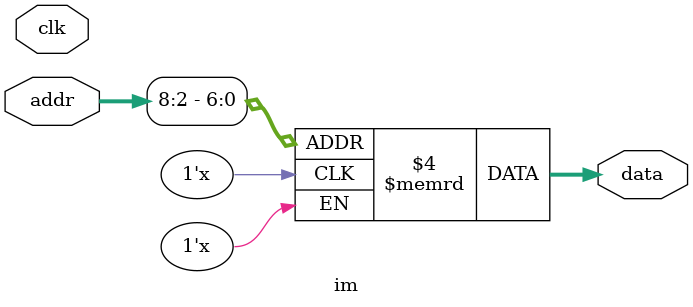
<source format=sv>
/*
 * im.v - instruction memory
 *
 * Given a 32-bit address the data is latched and driven
 * on the rising edge of the clock.
 *
 * Currently it supports 7 address bits resulting in
 * 128 bytes of memory.  The lowest two bits are assumed
 * to be byte indexes and ignored.  Bits 8 down to 2
 * are used to construct the address.
 *
 * The memory is initialized using the Verilog $readmemh
 * (read memory in hex format, ascii) operation. 
 * The file to read from can be configured using .IM_DATA
 * parameter and it defaults to "im_data.txt".
 * The number of memory records can be specified using the
 * .NMEM parameter.  This should be the same as the number
 * of lines in the file (wc -l im_data.txt).
 */

`ifndef _im
`define _im

module im #(parameter NMEM = 128)   			// Number of memory entries,
												// not the same as the memory size
			//parameter IM_DATA = "im_data.txt"  // file to read data from
	(
		input  logic	  	    clk,
		input  logic  	[31:0] 	addr,
		output logic    [31:0] 	data);
	

	logic [31:0] mem [0:127];  // 32-bit memory with 128 entries

	assign data = mem[addr[8:2]][31:0];
	
	initial 
	begin
	////////////////////////////ADD THIS INTO CODE LATER ///////////////////////////////////////////
		//$readmemh(IM_DATA, mem, 0, NMEM-1);
	end

	
endmodule

`endif

</source>
